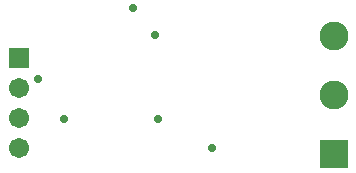
<source format=gts>
G04*
G04 #@! TF.GenerationSoftware,Altium Limited,Altium Designer,20.2.3 (150)*
G04*
G04 Layer_Color=8388736*
%FSLAX24Y24*%
%MOIN*%
G70*
G04*
G04 #@! TF.SameCoordinates,C58E96D0-57B0-4EE0-BF03-278DEEB4FD21*
G04*
G04*
G04 #@! TF.FilePolarity,Negative*
G04*
G01*
G75*
%ADD12R,0.0671X0.0671*%
%ADD13C,0.0671*%
%ADD14R,0.0966X0.0966*%
%ADD15C,0.0966*%
%ADD16C,0.0280*%
D12*
X600Y5300D02*
D03*
D13*
Y4300D02*
D03*
Y3300D02*
D03*
Y2300D02*
D03*
D14*
X11100Y2081D02*
D03*
D15*
Y4050D02*
D03*
Y6018D02*
D03*
D16*
X2100Y3250D02*
D03*
X5250D02*
D03*
X4400Y6950D02*
D03*
X1244Y4585D02*
D03*
X7050Y2300D02*
D03*
X5150Y6050D02*
D03*
M02*

</source>
